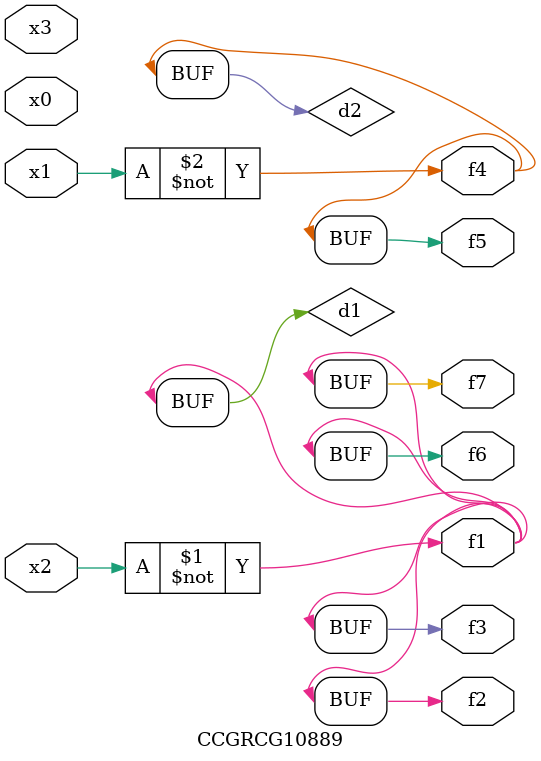
<source format=v>
module CCGRCG10889(
	input x0, x1, x2, x3,
	output f1, f2, f3, f4, f5, f6, f7
);

	wire d1, d2;

	xnor (d1, x2);
	not (d2, x1);
	assign f1 = d1;
	assign f2 = d1;
	assign f3 = d1;
	assign f4 = d2;
	assign f5 = d2;
	assign f6 = d1;
	assign f7 = d1;
endmodule

</source>
